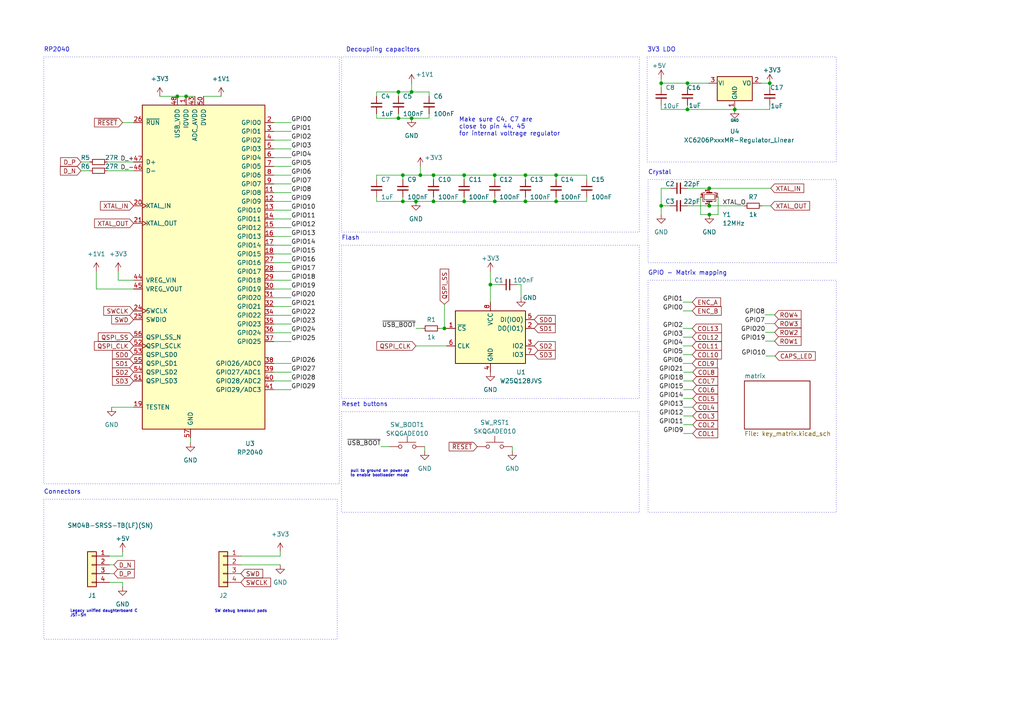
<source format=kicad_sch>
(kicad_sch (version 20230121) (generator eeschema)
  (paper "A4")
  (title_block (title "Bully2040 - MX/Alps") (date "2023-06-23") (rev "0.1") (company "sporkus"))
  (lib_symbols
    (symbol "+5V_1" (power) (pin_names (offset 0))
      (property "Value" "+5V_1" (at 0 3.556 0))
      (symbol "+5V_1_0_1"
        (polyline (pts (xy -0.762 1.27) (xy 0 2.54)))
        (polyline (pts (xy 0 0) (xy 0 2.54)))
        (polyline (pts (xy 0 2.54) (xy 0.762 1.27)))
      )
      (symbol "+5V_1_1_1"
        (pin power_in line (at 0 0 90) (length 0) hide (name "+5V") (number "1"))
      )
    )
    (symbol "Connector_Generic:Conn_01x04" (pin_names (offset 1.016) hide)
      (property "Reference" "J" (at 0 5.08 0))
      (property "Value" "Conn_01x04" (at 0 -7.62 0))
      (symbol "Conn_01x04_1_1"
        (rectangle (start -1.27 -4.953) (end 0 -5.207) (stroke (width 0.1524)))
        (rectangle (start -1.27 -2.413) (end 0 -2.667) (stroke (width 0.1524)))
        (rectangle (start -1.27 0.127) (end 0 -0.127) (stroke (width 0.1524)))
        (rectangle (start -1.27 2.667) (end 0 2.413) (stroke (width 0.1524)))
        (rectangle (start -1.27 3.81) (end 1.27 -6.35) (stroke (width 0.254)) (fill (type background)))
        (pin passive line (at -5.08 2.54 0) (length 3.81) (name "Pin_1") (number "1"))
        (pin passive line (at -5.08 0 0) (length 3.81) (name "Pin_2") (number "2"))
        (pin passive line (at -5.08 -2.54 0) (length 3.81) (name "Pin_3") (number "3"))
        (pin passive line (at -5.08 -5.08 0) (length 3.81) (name "Pin_4") (number "4"))
      )
    )
    (symbol "Device:C_Small" (pin_numbers hide) (pin_names (offset 0.254) hide)
      (property "Reference" "C" (at 0.254 1.778 0))
      (property "Value" "C_Small" (at 0.254 -2.032 0))
      (symbol "C_Small_0_1"
        (polyline (pts (xy -1.524 -0.508) (xy 1.524 -0.508)) (stroke (width 0.3302)))
        (polyline (pts (xy -1.524 0.508) (xy 1.524 0.508)) (stroke (width 0.3048)))
      )
      (symbol "C_Small_1_1"
        (pin passive line (at 0 2.54 270) (length 2.032) (name "~") (number "1"))
        (pin passive line (at 0 -2.54 90) (length 2.032) (name "~") (number "2"))
      )
    )
    (symbol "Device:Crystal_GND24_Small" (pin_names (offset 1.016) hide)
      (property "Reference" "Y" (at 1.27 4.445 0))
      (property "Value" "Crystal_GND24_Small" (at 1.27 2.54 0))
      (symbol "Crystal_GND24_Small_0_1"
        (rectangle (start -0.762 -1.524) (end 0.762 1.524))
        (polyline (pts (xy -1.27 -0.762) (xy -1.27 0.762)) (stroke (width 0.381)))
        (polyline (pts (xy 1.27 -0.762) (xy 1.27 0.762)) (stroke (width 0.381)))
        (polyline (pts (xy -1.27 -1.27) (xy -1.27 -1.905) (xy 1.27 -1.905) (xy 1.27 -1.27)))
        (polyline (pts (xy -1.27 1.27) (xy -1.27 1.905) (xy 1.27 1.905) (xy 1.27 1.27)))
      )
      (symbol "Crystal_GND24_Small_1_1"
        (pin passive line (at -2.54 0 0) (length 1.27) (name "1") (number "1"))
        (pin passive line (at 0 -2.54 90) (length 0.635) (name "2") (number "2"))
        (pin passive line (at 2.54 0 180) (length 1.27) (name "3") (number "3"))
        (pin passive line (at 0 2.54 270) (length 0.635) (name "4") (number "4"))
      )
    )
    (symbol "Device:R_Small" (pin_numbers hide) (pin_names (offset 0.254) hide)
      (property "Reference" "R" (at 0.762 0.508 0))
      (property "Value" "R_Small" (at 0.762 -1.016 0))
      (symbol "R_Small_0_1"
        (rectangle (start -0.762 1.778) (end 0.762 -1.778) (stroke (width 0.2032)))
      )
      (symbol "R_Small_1_1"
        (pin passive line (at 0 2.54 270) (length 0.762) (name "~") (number "1"))
        (pin passive line (at 0 -2.54 90) (length 0.762) (name "~") (number "2"))
      )
    )
    (symbol "Memory_Flash:W25Q128JVS"
      (property "Reference" "U" (at -8.89 8.89 0))
      (property "Value" "W25Q128JVS" (at 7.62 8.89 0))
      (symbol "W25Q128JVS_0_1"
        (rectangle (start -10.16 7.62) (end 10.16 -7.62) (stroke (width 0.254)) (fill (type background)))
      )
      (symbol "W25Q128JVS_1_1"
        (pin input line (at -12.7 2.54 0) (length 2.54) (name "~{CS}") (number "1"))
        (pin bidirectional line (at 12.7 2.54 180) (length 2.54) (name "DO(IO1)") (number "2"))
        (pin bidirectional line (at 12.7 -2.54 180) (length 2.54) (name "IO2") (number "3"))
        (pin power_in line (at 0 -10.16 90) (length 2.54) (name "GND") (number "4"))
        (pin bidirectional line (at 12.7 5.08 180) (length 2.54) (name "DI(IO0)") (number "5"))
        (pin input line (at -12.7 -2.54 0) (length 2.54) (name "CLK") (number "6"))
        (pin bidirectional line (at 12.7 -5.08 180) (length 2.54) (name "IO3") (number "7"))
        (pin power_in line (at 0 10.16 270) (length 2.54) (name "VCC") (number "8"))
      )
    )
    (symbol "Sleep-lib:RP2040" (pin_names (offset 1.016))
      (property "Reference" "U" (at 8.89 51.435 0))
      (property "Value" "RP2040" (at 8.89 48.895 0))
      (symbol "RP2040_0_0"
        (rectangle (start -17.78 -45.72) (end 17.78 48.26) (stroke (width 0.254)) (fill (type background)))
      )
      (symbol "RP2040_1_1"
        (pin power_in line (at -5.08 50.8 270) (length 2.54) (name "IOVDD") (number "1"))
        (pin power_in line (at -5.08 50.8 270) (length 2.54) hide (name "IOVDD") (number "10"))
        (pin input line (at 20.32 22.86 180) (length 2.54) (name "GPIO8") (number "11"))
        (pin input line (at 20.32 20.32 180) (length 2.54) (name "GPIO9") (number "12"))
        (pin input line (at 20.32 17.78 180) (length 2.54) (name "GPIO10") (number "13"))
        (pin input line (at 20.32 15.24 180) (length 2.54) (name "GPIO11") (number "14"))
        (pin input line (at 20.32 12.7 180) (length 2.54) (name "GPIO12") (number "15"))
        (pin input line (at 20.32 10.16 180) (length 2.54) (name "GPIO13") (number "16"))
        (pin input line (at 20.32 7.62 180) (length 2.54) (name "GPIO14") (number "17"))
        (pin input line (at 20.32 5.08 180) (length 2.54) (name "GPIO15") (number "18"))
        (pin input line (at -20.32 -39.37 0) (length 2.54) (name "TESTEN") (number "19"))
        (pin input line (at 20.32 43.18 180) (length 2.54) (name "GPIO0") (number "2"))
        (pin input clock (at -20.32 19.05 0) (length 2.54) (name "XTAL_IN") (number "20"))
        (pin input clock (at -20.32 13.97 0) (length 2.54) (name "XTAL_OUT") (number "21"))
        (pin power_in line (at -5.08 50.8 270) (length 2.54) hide (name "IOVDD") (number "22"))
        (pin power_in line (at 0 50.8 270) (length 2.54) hide (name "DVDD") (number "23"))
        (pin input clock (at -20.32 -11.43 0) (length 2.54) (name "SWCLK") (number "24"))
        (pin bidirectional line (at -20.32 -13.97 0) (length 2.54) (name "SWDIO") (number "25"))
        (pin input line (at -20.32 43.18 0) (length 2.54) (name "~{RUN}") (number "26"))
        (pin input line (at 20.32 2.54 180) (length 2.54) (name "GPIO16") (number "27"))
        (pin input line (at 20.32 0 180) (length 2.54) (name "GPIO17") (number "28"))
        (pin input line (at 20.32 -2.54 180) (length 2.54) (name "GPIO18") (number "29"))
        (pin input line (at 20.32 40.64 180) (length 2.54) (name "GPIO1") (number "3"))
        (pin input line (at 20.32 -5.08 180) (length 2.54) (name "GPIO19") (number "30"))
        (pin input line (at 20.32 -7.62 180) (length 2.54) (name "GPIO20") (number "31"))
        (pin input line (at 20.32 -10.16 180) (length 2.54) (name "GPIO21") (number "32"))
        (pin power_in line (at -5.08 50.8 270) (length 2.54) hide (name "IOVDD") (number "33"))
        (pin input line (at 20.32 -12.7 180) (length 2.54) (name "GPIO22") (number "34"))
        (pin input line (at 20.32 -15.24 180) (length 2.54) (name "GPIO23") (number "35"))
        (pin input line (at 20.32 -17.78 180) (length 2.54) (name "GPIO24") (number "36"))
        (pin input line (at 20.32 -20.32 180) (length 2.54) (name "GPIO25") (number "37"))
        (pin input line (at 20.32 -26.67 180) (length 2.54) (name "GPIO26/ADC0") (number "38"))
        (pin input line (at 20.32 -29.21 180) (length 2.54) (name "GPIO27/ADC1") (number "39"))
        (pin input line (at 20.32 38.1 180) (length 2.54) (name "GPIO2") (number "4"))
        (pin input line (at 20.32 -31.75 180) (length 2.54) (name "GPIO28/ADC2") (number "40"))
        (pin input line (at 20.32 -34.29 180) (length 2.54) (name "GPIO29/ADC3") (number "41"))
        (pin power_in line (at -5.08 50.8 270) (length 2.54) hide (name "IOVDD") (number "42"))
        (pin power_in line (at -2.54 50.8 270) (length 2.54) (name "ADC_AVDD") (number "43"))
        (pin power_in line (at -20.32 -2.54 0) (length 2.54) (name "VREG_VIN") (number "44"))
        (pin power_out line (at -20.32 -5.08 0) (length 2.54) (name "VREG_VOUT") (number "45"))
        (pin bidirectional line (at -20.32 29.21 0) (length 2.54) (name "D-") (number "46"))
        (pin bidirectional line (at -20.32 31.75 0) (length 2.54) (name "D+") (number "47"))
        (pin power_in line (at -7.62 50.8 270) (length 2.54) (name "USB_VDD") (number "48"))
        (pin power_in line (at -5.08 50.8 270) (length 2.54) hide (name "IOVDD") (number "49"))
        (pin input line (at 20.32 35.56 180) (length 2.54) (name "GPIO3") (number "5"))
        (pin power_in line (at 0 50.8 270) (length 2.54) (name "DVDD") (number "50"))
        (pin bidirectional line (at -20.32 -31.75 0) (length 2.54) (name "QSPI_SD3") (number "51"))
        (pin input clock (at -20.32 -21.59 0) (length 2.54) (name "QSPI_SCLK") (number "52"))
        (pin bidirectional line (at -20.32 -24.13 0) (length 2.54) (name "QSPI_SD0") (number "53"))
        (pin bidirectional line (at -20.32 -29.21 0) (length 2.54) (name "QSPI_SD2") (number "54"))
        (pin bidirectional line (at -20.32 -26.67 0) (length 2.54) (name "QSPI_SD1") (number "55"))
        (pin bidirectional line (at -20.32 -19.05 0) (length 2.54) (name "QSPI_SS_N") (number "56"))
        (pin power_in line (at -3.81 -48.26 90) (length 2.54) (name "GND") (number "57"))
        (pin input line (at 20.32 33.02 180) (length 2.54) (name "GPIO4") (number "6"))
        (pin input line (at 20.32 30.48 180) (length 2.54) (name "GPIO5") (number "7"))
        (pin input line (at 20.32 27.94 180) (length 2.54) (name "GPIO6") (number "8"))
        (pin input line (at 20.32 25.4 180) (length 2.54) (name "GPIO7") (number "9"))
      )
    )
    (symbol "Switch:SW_Push" (pin_numbers hide) (pin_names (offset 1.016) hide)
      (property "Reference" "SW" (at 1.27 2.54 0))
      (property "Value" "SW_Push" (at 0 -1.524 0))
      (symbol "SW_Push_0_1"
        (circle (center -2.032 0) (radius 0.508))
        (polyline (pts (xy 0 1.27) (xy 0 3.048)))
        (polyline (pts (xy 2.54 1.27) (xy -2.54 1.27)))
        (circle (center 2.032 0) (radius 0.508))
        (pin passive line (at -5.08 0 0) (length 2.54) (name "1") (number "1"))
        (pin passive line (at 5.08 0 180) (length 2.54) (name "2") (number "2"))
      )
    )
    (symbol "kicad-keyboard-parts:XC6206PxxxMR-Regulator_Linear" (pin_names (offset 0.254))
      (property "Reference" "U" (at -3.81 3.175 0))
      (property "Value" "XC6206PxxxMR-Regulator_Linear" (at 0 3.175 0))
      (property "LCSC" "C5446" (at 0 0 0))
      (symbol "XC6206PxxxMR-Regulator_Linear_0_1"
        (rectangle (start -5.08 1.905) (end 5.08 -5.08) (stroke (width 0.254)) (fill (type background)))
      )
      (symbol "XC6206PxxxMR-Regulator_Linear_1_1"
        (pin power_in line (at 0 -7.62 90) (length 2.54) (name "GND") (number "1"))
        (pin power_out line (at 7.62 0 180) (length 2.54) (name "VO") (number "2"))
        (pin power_in line (at -7.62 0 0) (length 2.54) (name "VI") (number "3"))
      )
    )
    (symbol "power:+1V1" (power) (pin_names (offset 0))
      (property "Value" "+1V1" (at 0 3.556 0))
      (symbol "+1V1_0_1"
        (polyline (pts (xy -0.762 1.27) (xy 0 2.54)))
        (polyline (pts (xy 0 0) (xy 0 2.54)))
        (polyline (pts (xy 0 2.54) (xy 0.762 1.27)))
      )
      (symbol "+1V1_1_1"
        (pin power_in line (at 0 0 90) (length 0) hide (name "+1V1") (number "1"))
      )
    )
    (symbol "power:+3.3V" (power) (pin_names (offset 0))
      (property "Value" "+3.3V" (at 0 3.556 0))
      (symbol "+3.3V_0_1"
        (polyline (pts (xy -0.762 1.27) (xy 0 2.54)))
        (polyline (pts (xy 0 0) (xy 0 2.54)))
        (polyline (pts (xy 0 2.54) (xy 0.762 1.27)))
      )
      (symbol "+3.3V_1_1"
        (pin power_in line (at 0 0 90) (length 0) hide (name "+3V3") (number "1"))
      )
    )
    (symbol "power:+3V3" (power) (pin_names (offset 0))
      (property "Value" "+3V3" (at 0 3.556 0))
      (symbol "+3V3_0_1"
        (polyline (pts (xy -0.762 1.27) (xy 0 2.54)))
        (polyline (pts (xy 0 0) (xy 0 2.54)))
        (polyline (pts (xy 0 2.54) (xy 0.762 1.27)))
      )
      (symbol "+3V3_1_1"
        (pin power_in line (at 0 0 90) (length 0) hide (name "+3V3") (number "1"))
      )
    )
    (symbol "power:+5V" (power) (pin_names (offset 0))
      (property "Value" "+5V" (at 0 3.556 0))
      (symbol "+5V_0_1"
        (polyline (pts (xy -0.762 1.27) (xy 0 2.54)))
        (polyline (pts (xy 0 0) (xy 0 2.54)))
        (polyline (pts (xy 0 2.54) (xy 0.762 1.27)))
      )
      (symbol "+5V_1_1"
        (pin power_in line (at 0 0 90) (length 0) hide (name "+5V") (number "1"))
      )
    )
    (symbol "power:GND" (power) (pin_names (offset 0))
      (property "Value" "GND" (at 0 -3.81 0))
      (symbol "GND_0_1"
        (polyline (pts (xy 0 0) (xy 0 -1.27) (xy 1.27 -1.27) (xy 0 -2.54) (xy -1.27 -1.27) (xy 0 -1.27)))
      )
      (symbol "GND_1_1"
        (pin power_in line (at 0 0 270) (length 0) hide (name "GND") (number "1"))
      )
    )
  )
  (junction (at 205.74 62.23))
  (junction (at 205.74 59.69))
  (junction (at 53.975 27.94))
  (junction (at 120.65 58.42))
  (junction (at 116.84 58.42))
  (junction (at 134.62 58.42))
  (junction (at 134.62 50.8))
  (junction (at 143.51 58.42))
  (junction (at 152.4 50.8))
  (junction (at 143.51 50.8))
  (junction (at 128.905 95.25))
  (junction (at 152.4 58.42))
  (junction (at 116.84 50.8))
  (junction (at 142.24 82.55))
  (junction (at 199.39 31.75))
  (junction (at 115.57 26.67))
  (junction (at 191.77 24.13))
  (junction (at 191.77 59.69))
  (junction (at 223.266 24.13) (diameter 0.9144))
  (junction (at 121.92 50.8))
  (junction (at 125.73 50.8))
  (junction (at 51.435 27.94))
  (junction (at 125.73 58.42))
  (junction (at 161.29 58.42))
  (junction (at 115.57 34.29))
  (junction (at 213.106 31.75) (diameter 0.9144))
  (junction (at 161.29 50.8))
  (junction (at 119.38 26.67))
  (junction (at 205.74 54.61))
  (junction (at 199.39 24.13))
  (junction (at 119.38 34.29))
  (wire (pts (xy 198.12 102.87) (xy 200.787 102.87)))
  (wire (pts (xy 198.12 87.63) (xy 200.787 87.63)))
  (wire (pts (xy 84.455 86.36) (xy 79.375 86.36)))
  (wire (pts (xy 35.56 168.91) (xy 31.75 168.91)))
  (wire (pts (xy 119.38 24.13) (xy 119.38 26.67)))
  (wire (pts (xy 191.77 22.86) (xy 191.77 24.13)))
  (wire (pts (xy 121.92 48.26) (xy 121.92 50.8)))
  (wire (pts (xy 125.73 50.8) (xy 134.62 50.8)))
  (wire (pts (xy 134.62 50.8) (xy 134.62 52.07)))
  (wire (pts (xy 23.495 49.53) (xy 26.035 49.53)))
  (wire (pts (xy 79.375 83.82) (xy 84.455 83.82)))
  (wire (pts (xy 199.39 59.69) (xy 205.74 59.69)))
  (wire (pts (xy 205.74 59.69) (xy 215.9 59.69)))
  (wire (pts (xy 220.98 59.69) (xy 223.52 59.69)))
  (wire (pts (xy 191.77 24.13) (xy 199.39 24.13)))
  (wire (pts (xy 152.4 50.8) (xy 161.29 50.8)))
  (wire (pts (xy 161.29 50.8) (xy 161.29 52.07)))
  (wire (pts (xy 143.51 50.8) (xy 152.4 50.8)))
  (wire (pts (xy 134.62 50.8) (xy 143.51 50.8)))
  (wire (pts (xy 79.375 53.34) (xy 84.455 53.34)))
  (wire (pts (xy 191.77 59.69) (xy 191.77 62.23)))
  (wire (pts (xy 221.996 98.933) (xy 224.663 98.933)))
  (wire (pts (xy 84.455 110.49) (xy 79.375 110.49)))
  (wire (pts (xy 55.245 127) (xy 55.245 128.397)))
  (wire (pts (xy 84.455 91.44) (xy 79.375 91.44)))
  (wire (pts (xy 128.905 95.25) (xy 129.54 95.25)))
  (wire (pts (xy 221.996 96.393) (xy 224.663 96.393)))
  (wire (pts (xy 31.115 46.99) (xy 38.735 46.99)))
  (wire (pts (xy 33.02 163.83) (xy 31.75 163.83)))
  (wire (pts (xy 221.869 91.313) (xy 224.663 91.313)))
  (wire (pts (xy 127.635 95.25) (xy 128.905 95.25)))
  (wire (pts (xy 198.247 110.49) (xy 200.914 110.49)))
  (wire (pts (xy 199.39 30.48) (xy 199.39 31.75)))
  (wire (pts (xy 191.77 25.4) (xy 191.77 24.13)))
  (wire (pts (xy 203.2 57.15) (xy 203.2 62.23)))
  (wire (pts (xy 203.2 62.23) (xy 205.74 62.23)))
  (wire (pts (xy 81.28 163.83) (xy 69.85 163.83)))
  (wire (pts (xy 59.055 27.94) (xy 64.135 27.94)))
  (wire (pts (xy 84.455 113.03) (xy 79.375 113.03)))
  (wire (pts (xy 34.29 78.74) (xy 34.29 81.28)))
  (wire (pts (xy 115.57 33.02) (xy 115.57 34.29)))
  (wire (pts (xy 23.495 46.99) (xy 26.035 46.99)))
  (wire (pts (xy 69.85 161.29) (xy 81.28 161.29)))
  (wire (pts (xy 35.56 160.02) (xy 35.56 161.29)))
  (wire (pts (xy 51.435 27.94) (xy 53.975 27.94)))
  (wire (pts (xy 46.355 27.94) (xy 51.435 27.94)))
  (wire (pts (xy 53.975 27.94) (xy 56.515 27.94)))
  (wire (pts (xy 208.28 62.23) (xy 205.74 62.23)))
  (wire (pts (xy 208.28 57.15) (xy 208.28 62.23)))
  (wire (pts (xy 151.13 82.55) (xy 151.13 86.36)))
  (wire (pts (xy 79.375 68.58) (xy 84.455 68.58)))
  (wire (pts (xy 191.77 59.69) (xy 194.31 59.69)))
  (wire (pts (xy 194.31 54.61) (xy 191.77 54.61)))
  (wire (pts (xy 191.77 54.61) (xy 191.77 59.69)))
  (wire (pts (xy 79.375 40.64) (xy 84.455 40.64)))
  (wire (pts (xy 128.905 88.265) (xy 128.905 95.25)))
  (wire (pts (xy 34.29 81.28) (xy 38.735 81.28)))
  (wire (pts (xy 198.247 125.73) (xy 200.914 125.73)))
  (wire (pts (xy 79.375 45.72) (xy 84.455 45.72)))
  (wire (pts (xy 213.106 31.75) (xy 223.266 31.75)))
  (wire (pts (xy 79.375 76.2) (xy 84.455 76.2)))
  (wire (pts (xy 32.385 118.11) (xy 38.735 118.11)))
  (wire (pts (xy 120.65 95.25) (xy 122.555 95.25)))
  (wire (pts (xy 222.123 103.251) (xy 224.79 103.251)))
  (wire (pts (xy 125.73 58.42) (xy 134.62 58.42)))
  (wire (pts (xy 134.62 58.42) (xy 134.62 57.15)))
  (wire (pts (xy 142.24 82.55) (xy 142.24 87.63)))
  (wire (pts (xy 149.86 82.55) (xy 151.13 82.55)))
  (wire (pts (xy 33.02 166.37) (xy 31.75 166.37)))
  (wire (pts (xy 143.51 50.8) (xy 143.51 52.07)))
  (wire (pts (xy 84.455 93.98) (xy 79.375 93.98)))
  (wire (pts (xy 79.375 81.28) (xy 84.455 81.28)))
  (wire (pts (xy 191.77 30.48) (xy 191.77 31.75)))
  (wire (pts (xy 143.51 57.15) (xy 143.51 58.42)))
  (wire (pts (xy 116.84 57.15) (xy 116.84 58.42)))
  (wire (pts (xy 79.375 66.04) (xy 84.455 66.04)))
  (wire (pts (xy 198.12 97.79) (xy 200.787 97.79)))
  (wire (pts (xy 119.38 34.29) (xy 124.46 34.29)))
  (wire (pts (xy 124.46 34.29) (xy 124.46 33.02)))
  (wire (pts (xy 161.29 50.8) (xy 170.18 50.8)))
  (wire (pts (xy 170.18 50.8) (xy 170.18 52.07)))
  (wire (pts (xy 191.77 31.75) (xy 199.39 31.75)))
  (wire (pts (xy 79.375 35.56) (xy 84.455 35.56)))
  (wire (pts (xy 84.455 105.41) (xy 79.375 105.41)))
  (wire (pts (xy 79.375 43.18) (xy 84.455 43.18)))
  (wire (pts (xy 223.266 24.13) (xy 223.266 25.4)))
  (wire (pts (xy 109.22 50.8) (xy 116.84 50.8)))
  (wire (pts (xy 116.84 50.8) (xy 116.84 52.07)))
  (wire (pts (xy 109.22 58.42) (xy 116.84 58.42)))
  (wire (pts (xy 125.73 58.42) (xy 125.73 57.15)))
  (wire (pts (xy 198.247 118.11) (xy 200.914 118.11)))
  (wire (pts (xy 120.65 100.33) (xy 129.54 100.33)))
  (wire (pts (xy 152.4 50.8) (xy 152.4 52.07)))
  (wire (pts (xy 148.59 129.54) (xy 148.59 130.81)))
  (wire (pts (xy 125.73 50.8) (xy 125.73 52.07)))
  (wire (pts (xy 198.12 105.41) (xy 200.787 105.41)))
  (wire (pts (xy 142.24 78.74) (xy 142.24 82.55)))
  (wire (pts (xy 152.4 58.42) (xy 161.29 58.42)))
  (wire (pts (xy 143.51 58.42) (xy 152.4 58.42)))
  (wire (pts (xy 161.29 58.42) (xy 161.29 57.15)))
  (wire (pts (xy 134.62 58.42) (xy 143.51 58.42)))
  (wire (pts (xy 110.49 129.54) (xy 113.03 129.54)))
  (wire (pts (xy 79.375 50.8) (xy 84.455 50.8)))
  (wire (pts (xy 119.38 26.67) (xy 124.46 26.67)))
  (wire (pts (xy 124.46 26.67) (xy 124.46 27.94)))
  (wire (pts (xy 152.4 57.15) (xy 152.4 58.42)))
  (wire (pts (xy 109.22 34.29) (xy 115.57 34.29)))
  (wire (pts (xy 109.22 33.02) (xy 109.22 34.29)))
  (wire (pts (xy 27.94 78.74) (xy 27.94 83.82)))
  (wire (pts (xy 115.57 26.67) (xy 115.57 27.94)))
  (wire (pts (xy 109.22 57.15) (xy 109.22 58.42)))
  (wire (pts (xy 81.28 160.02) (xy 81.28 161.29)))
  (wire (pts (xy 84.455 107.95) (xy 79.375 107.95)))
  (wire (pts (xy 221.869 93.853) (xy 224.663 93.853)))
  (wire (pts (xy 79.375 78.74) (xy 84.455 78.74)))
  (wire (pts (xy 223.266 30.48) (xy 223.266 31.75)))
  (wire (pts (xy 123.19 129.54) (xy 123.19 130.81)))
  (wire (pts (xy 79.375 71.12) (xy 84.455 71.12)))
  (wire (pts (xy 199.39 24.13) (xy 205.486 24.13)))
  (wire (pts (xy 116.84 58.42) (xy 120.65 58.42)))
  (wire (pts (xy 79.375 48.26) (xy 84.455 48.26)))
  (wire (pts (xy 170.18 58.42) (xy 170.18 57.15)))
  (wire (pts (xy 161.29 58.42) (xy 170.18 58.42)))
  (wire (pts (xy 79.375 73.66) (xy 84.455 73.66)))
  (wire (pts (xy 35.56 35.56) (xy 38.735 35.56)))
  (wire (pts (xy 198.247 107.95) (xy 200.914 107.95)))
  (wire (pts (xy 198.247 115.57) (xy 200.914 115.57)))
  (wire (pts (xy 198.247 113.03) (xy 200.914 113.03)))
  (wire (pts (xy 198.247 123.19) (xy 200.914 123.19)))
  (wire (pts (xy 142.24 82.55) (xy 144.78 82.55)))
  (wire (pts (xy 35.56 170.18) (xy 35.56 168.91)))
  (wire (pts (xy 84.455 88.9) (xy 79.375 88.9)))
  (wire (pts (xy 198.247 120.65) (xy 200.914 120.65)))
  (wire (pts (xy 199.39 24.13) (xy 199.39 25.4)))
  (wire (pts (xy 220.726 24.13) (xy 223.266 24.13)))
  (wire (pts (xy 199.39 54.61) (xy 205.74 54.61)))
  (wire (pts (xy 35.56 161.29) (xy 31.75 161.29)))
  (wire (pts (xy 79.375 60.96) (xy 84.455 60.96)))
  (wire (pts (xy 115.57 34.29) (xy 119.38 34.29)))
  (wire (pts (xy 199.39 31.75) (xy 213.106 31.75)))
  (wire (pts (xy 115.57 26.67) (xy 109.22 26.67)))
  (wire (pts (xy 119.38 26.67) (xy 115.57 26.67)))
  (wire (pts (xy 109.22 26.67) (xy 109.22 27.94)))
  (wire (pts (xy 79.375 38.1) (xy 84.455 38.1)))
  (wire (pts (xy 84.455 99.06) (xy 79.375 99.06)))
  (wire (pts (xy 198.12 90.17) (xy 200.787 90.17)))
  (wire (pts (xy 109.22 52.07) (xy 109.22 50.8)))
  (wire (pts (xy 79.375 63.5) (xy 84.455 63.5)))
  (wire (pts (xy 116.84 50.8) (xy 121.92 50.8)))
  (wire (pts (xy 121.92 50.8) (xy 125.73 50.8)))
  (wire (pts (xy 198.12 100.33) (xy 200.787 100.33)))
  (wire (pts (xy 27.94 83.82) (xy 38.735 83.82)))
  (wire (pts (xy 79.375 58.42) (xy 84.455 58.42)))
  (wire (pts (xy 84.455 96.52) (xy 79.375 96.52)))
  (wire (pts (xy 120.65 58.42) (xy 125.73 58.42)))
  (wire (pts (xy 31.115 49.53) (xy 38.735 49.53)))
  (wire (pts (xy 205.74 54.61) (xy 223.52 54.61)))
  (wire (pts (xy 198.12 95.25) (xy 200.787 95.25)))
  (wire (pts (xy 79.375 55.88) (xy 84.455 55.88)))
  (rectangle (start 99.06 119.38) (end 185.42 148.59) (stroke (width 0) (type dot)))
  (rectangle (start 187.96 81.28) (end 242.57 148.59) (stroke (width 0) (type dot)))
  (rectangle (start 12.7 144.78) (end 97.79 185.42) (stroke (width 0) (type dot)))
  (rectangle (start 187.706 16.51) (end 242.57 46.99) (stroke (width 0) (type dot)))
  (rectangle (start 12.7 16.51) (end 98.425 140.335) (stroke (width 0) (type dot)))
  (rectangle (start 187.96 52.07) (end 242.57 76.2) (stroke (width 0) (type dot)))
  (rectangle (start 99.06 16.51) (end 185.42 67.31) (stroke (width 0) (type dot)))
  (rectangle (start 99.06 71.12) (end 185.42 115.57) (stroke (width 0) (type dot)))
  (text "pull to ground on power up \nto enable bootloader mode" (at 101.6 138.43 0) (effects (font (size 0.8 0.8)) (justify left bottom)))
  (text "SW debug breakout pads" (at 62.23 177.8 0) (effects (font (size 0.8 0.8)) (justify left bottom)))
  (text "Legacy unified daughterboard C\nJST-SH" (at 20.32 179.07 0) (effects (font (size 0.8 0.8)) (justify left bottom)))
  (text "Flash" (at 99.06 69.85 0) (effects (font (size 1.27 1.27)) (justify left bottom)))
  (text "RP2040" (at 12.7 15.24 0) (effects (font (size 1.27 1.27)) (justify left bottom)))
  (text "3V3 LDO" (at 187.706 15.24 0) (effects (font (size 1.27 1.27)) (justify left bottom)))
  (text "GPIO - Matrix mapping" (at 187.96 80.01 0) (effects (font (size 1.27 1.27)) (justify left bottom)))
  (text "Decoupling capacitors" (at 100.33 15.24 0) (effects (font (size 1.27 1.27)) (justify left bottom)))
  (text "Connectors" (at 12.7 143.51 0) (effects (font (size 1.27 1.27)) (justify left bottom)))
  (text "Make sure C4, C7 are \nclose to pin 44, 45\nfor internal voltrage regulator" (at 133.096 39.624 0) (effects (font (size 1.27 1.27)) (justify left bottom)))
  (text "Crystal" (at 187.96 50.8 0) (effects (font (size 1.27 1.27)) (justify left bottom)))
  (text "Reset buttons" (at 99.06 118.11 0) (effects (font (size 1.27 1.27)) (justify left bottom)))
  (label "GPIO28" (at 84.455 110.49 0))
  (label "GPIO18" (at 84.455 81.28 0))
  (label "GPIO5" (at 84.455 48.26 0))
  (label "GPIO20" (at 221.996 96.393 180))
  (label "GPIO7" (at 221.869 93.853 180))
  (label "GPIO4" (at 198.12 100.33 180))
  (label "GPIO8" (at 84.455 55.88 0))
  (label "GPIO20" (at 84.455 86.36 0))
  (label "GPIO12" (at 198.247 120.65 180))
  (label "GPIO19" (at 221.996 98.933 180))
  (label "GPIO25" (at 84.455 99.06 0))
  (label "GPIO8" (at 221.869 91.313 180))
  (label "GPIO12" (at 84.455 66.04 0))
  (label "GPIO21" (at 198.247 107.95 180))
  (label "GPIO4" (at 84.455 45.72 0))
  (label "GPIO11" (at 84.455 63.5 0))
  (label "GPIO2" (at 84.455 40.64 0))
  (label "GPIO14" (at 198.247 115.57 180))
  (label "GPIO9" (at 84.455 58.42 0))
  (label "GPIO17" (at 84.455 78.74 0))
  (label "GPIO6" (at 198.12 105.41 180))
  (label "GPIO10" (at 222.123 103.251 180))
  (label "XTAL_O" (at 209.55 59.69 0))
  (label "GPIO2" (at 198.12 95.25 180))
  (label "GPIO3" (at 84.455 43.18 0))
  (label "GPIO29" (at 84.455 113.03 0))
  (label "GPIO13" (at 84.455 68.58 0))
  (label "GPIO15" (at 84.455 73.66 0))
  (label "D_-" (at 34.925 49.53 0))
  (label "GPIO0" (at 198.12 90.17 180))
  (label "GPIO21" (at 84.455 88.9 0))
  (label "GPIO5" (at 198.12 102.87 180))
  (label "GPIO27" (at 84.455 107.95 0))
  (label "GPIO22" (at 84.455 91.44 0))
  (label "GPIO26" (at 84.455 105.41 0))
  (label "GPIO7" (at 84.455 53.34 0))
  (label "D_+" (at 34.925 46.99 0))
  (label "GPIO11" (at 198.247 123.19 180))
  (label "GPIO9" (at 198.247 125.73 180))
  (label "~{USB_BOOT}" (at 120.65 95.25 180))
  (label "~{USB_BOOT}" (at 110.49 129.54 180))
  (label "GPIO1" (at 198.12 87.63 180))
  (label "GPIO23" (at 84.455 93.98 0))
  (label "GPIO18" (at 198.247 110.49 180))
  (label "GPIO6" (at 84.455 50.8 0))
  (label "GPIO19" (at 84.455 83.82 0))
  (label "GPIO16" (at 84.455 76.2 0))
  (label "GPIO13" (at 198.247 118.11 180))
  (label "GPIO24" (at 84.455 96.52 0))
  (label "GPIO15" (at 198.247 113.03 180))
  (label "GPIO0" (at 84.455 35.56 0))
  (label "GPIO3" (at 198.12 97.79 180))
  (label "GPIO14" (at 84.455 71.12 0))
  (label "GPIO1" (at 84.455 38.1 0))
  (label "GPIO10" (at 84.455 60.96 0))
  (global_label "COL13" (shape input) (at 200.787 95.25 0) (property "Intersheetrefs" "${INTERSHEET_REFS}" (effects hide)))
  (global_label "ROW1" (shape input) (at 224.663 98.933 0) (property "Intersheetrefs" "${INTERSHEET_REFS}" (effects hide)))
  (global_label "SWCLK" (shape input) (at 38.735 90.17 180) (property "Intersheetrefs" "${INTERSHEET_REFS}" (effects hide)))
  (global_label "COL1" (shape input) (at 200.914 125.73 0) (property "Intersheetrefs" "${INTERSHEET_REFS}" (effects hide)))
  (global_label "D_P" (shape input) (at 33.02 166.37 0) (property "Intersheetrefs" "${INTERSHEET_REFS}" (effects hide)))
  (global_label "COL11" (shape input) (at 200.787 100.33 0) (property "Intersheetrefs" "${INTERSHEET_REFS}" (effects hide)))
  (global_label "QSPI_CLK" (shape input) (at 120.65 100.33 180) (property "Intersheetrefs" "${INTERSHEET_REFS}" (effects hide)))
  (global_label "ROW2" (shape input) (at 224.663 96.393 0) (property "Intersheetrefs" "${INTERSHEET_REFS}" (effects hide)))
  (global_label "SD0" (shape input) (at 38.735 102.87 180) (property "Intersheetrefs" "${INTERSHEET_REFS}" (effects hide)))
  (global_label "XTAL_IN" (shape input) (at 38.735 59.69 180) (property "Intersheetrefs" "${INTERSHEET_REFS}" (effects hide)))
  (global_label "D_P" (shape input) (at 23.495 46.99 180) (property "Intersheetrefs" "${INTERSHEET_REFS}" (effects hide)))
  (global_label "SWCLK" (shape input) (at 69.85 168.91 0) (property "Intersheetrefs" "${INTERSHEET_REFS}" (effects hide)))
  (global_label "D_N" (shape input) (at 33.02 163.83 0) (property "Intersheetrefs" "${INTERSHEET_REFS}" (effects hide)))
  (global_label "QSPI_SS" (shape input) (at 128.905 88.265 90) (property "Intersheetrefs" "${INTERSHEET_REFS}" (effects hide)))
  (global_label "COL10" (shape input) (at 200.787 102.87 0) (property "Intersheetrefs" "${INTERSHEET_REFS}" (effects hide)))
  (global_label "D_N" (shape input) (at 23.495 49.53 180) (property "Intersheetrefs" "${INTERSHEET_REFS}" (effects hide)))
  (global_label "ENC_B" (shape input) (at 200.787 90.17 0) (property "Intersheetrefs" "${INTERSHEET_REFS}" (effects hide)))
  (global_label "XTAL_IN" (shape input) (at 223.52 54.61 0) (property "Intersheetrefs" "${INTERSHEET_REFS}" (effects hide)))
  (global_label "XTAL_OUT" (shape input) (at 38.735 64.77 180) (property "Intersheetrefs" "${INTERSHEET_REFS}" (effects hide)))
  (global_label "COL5" (shape input) (at 200.914 115.57 0) (property "Intersheetrefs" "${INTERSHEET_REFS}" (effects hide)))
  (global_label "SD1" (shape input) (at 38.735 105.41 180) (property "Intersheetrefs" "${INTERSHEET_REFS}" (effects hide)))
  (global_label "~{RESET}" (shape input) (at 138.43 129.54 180) (property "Intersheetrefs" "${INTERSHEET_REFS}" (effects hide)))
  (global_label "COL4" (shape input) (at 200.914 118.11 0) (property "Intersheetrefs" "${INTERSHEET_REFS}" (effects hide)))
  (global_label "XTAL_OUT" (shape input) (at 223.52 59.69 0) (property "Intersheetrefs" "${INTERSHEET_REFS}" (effects hide)))
  (global_label "ROW3" (shape input) (at 224.663 93.853 0) (property "Intersheetrefs" "${INTERSHEET_REFS}" (effects hide)))
  (global_label "ENC_A" (shape input) (at 200.787 87.63 0) (property "Intersheetrefs" "${INTERSHEET_REFS}" (effects hide)))
  (global_label "CAPS_LED" (shape input) (at 224.79 103.251 0) (property "Intersheetrefs" "${INTERSHEET_REFS}" (effects hide)))
  (global_label "COL9" (shape input) (at 200.787 105.41 0) (property "Intersheetrefs" "${INTERSHEET_REFS}" (effects hide)))
  (global_label "QSPI_SS" (shape input) (at 38.735 97.79 180) (property "Intersheetrefs" "${INTERSHEET_REFS}" (effects hide)))
  (global_label "SWD" (shape input) (at 38.735 92.71 180) (property "Intersheetrefs" "${INTERSHEET_REFS}" (effects hide)))
  (global_label "SD1" (shape input) (at 154.94 95.25 0) (property "Intersheetrefs" "${INTERSHEET_REFS}" (effects hide)))
  (global_label "SD3" (shape input) (at 38.735 110.49 180) (property "Intersheetrefs" "${INTERSHEET_REFS}" (effects hide)))
  (global_label "COL12" (shape input) (at 200.787 97.79 0) (property "Intersheetrefs" "${INTERSHEET_REFS}" (effects hide)))
  (global_label "COL6" (shape input) (at 200.914 113.03 0) (property "Intersheetrefs" "${INTERSHEET_REFS}" (effects hide)))
  (global_label "COL7" (shape input) (at 200.914 110.49 0) (property "Intersheetrefs" "${INTERSHEET_REFS}" (effects hide)))
  (global_label "COL8" (shape input) (at 200.914 107.95 0) (property "Intersheetrefs" "${INTERSHEET_REFS}" (effects hide)))
  (global_label "QSPI_CLK" (shape input) (at 38.735 100.33 180) (property "Intersheetrefs" "${INTERSHEET_REFS}" (effects hide)))
  (global_label "ROW4" (shape input) (at 224.663 91.313 0) (property "Intersheetrefs" "${INTERSHEET_REFS}" (effects hide)))
  (global_label "SD2" (shape input) (at 38.735 107.95 180) (property "Intersheetrefs" "${INTERSHEET_REFS}" (effects hide)))
  (global_label "COL2" (shape input) (at 200.914 123.19 0) (property "Intersheetrefs" "${INTERSHEET_REFS}" (effects hide)))
  (global_label "SD2" (shape input) (at 154.94 100.33 0) (property "Intersheetrefs" "${INTERSHEET_REFS}" (effects hide)))
  (global_label "SD3" (shape input) (at 154.94 102.87 0) (property "Intersheetrefs" "${INTERSHEET_REFS}" (effects hide)))
  (global_label "SWD" (shape input) (at 69.85 166.37 0) (property "Intersheetrefs" "${INTERSHEET_REFS}" (effects hide)))
  (global_label "COL3" (shape input) (at 200.914 120.65 0) (property "Intersheetrefs" "${INTERSHEET_REFS}" (effects hide)))
  (global_label "SD0" (shape input) (at 154.94 92.71 0) (property "Intersheetrefs" "${INTERSHEET_REFS}" (effects hide)))
  (global_label "~{RESET}" (shape input) (at 35.56 35.56 180) (property "Intersheetrefs" "${INTERSHEET_REFS}" (effects hide)))
  (symbol (lib_id "Device:C_Small") (at 143.51 54.61 0) (unit 1)
    (property "Reference" "C12" (at 144.78 52.0699 0) (effects (justify left)))
    (property "Value" "100nF" (at 144.78 57.1499 0) (effects (justify left)))
    (property "Footprint" "Capacitor_SMD:C_0402_1005Metric" (effects hide))
  )
  (symbol (lib_id "power:+3V3") (at 142.24 78.74 0) (unit 1)
    (property "Reference" "#PWR01" (effects hide))
    (property "Value" "+3V3" (at 142.24 74.93 0))
  )
  (symbol (lib_id "Sleep-lib:RP2040") (at 59.055 78.74 0) (unit 1)
    (property "Reference" "U3" (at 72.517 128.651 0))
    (property "Value" "RP2040" (at 72.517 131.191 0))
    (property "Footprint" "Sleep-lib:RP2040-QFN-56" (effects hide))
    (property "Datasheet" "https://datasheets.raspberrypi.com/rp2040/rp2040-datasheet.pdf" (effects hide))
    (property "LCSC" "C2040" (effects hide))
  )
  (symbol (lib_id "Switch:SW_Push") (at 143.51 129.54 0) (mirror y) (unit 1)
    (property "Reference" "SW_RST1" (at 143.51 122.555 0))
    (property "Value" "SKQGADE010" (at 143.51 125.095 0))
    (property "Footprint" "Button_Switch_SMD:SW_SPST_SKQG_WithoutStem" (effects hide))
    (property "LCSC" "C116647" (effects hide))
  )
  (symbol (lib_id "power:GND") (at 120.65 58.42 0) (unit 1)
    (property "Reference" "#PWR026" (effects hide))
    (property "Value" "GND" (at 120.65 63.5 0))
  )
  (symbol (lib_id "Device:C_Small") (at 109.22 54.61 0) (unit 1)
    (property "Reference" "C7" (at 110.49 52.0699 0) (effects (justify left)))
    (property "Value" "1uF" (at 110.49 57.1499 0) (effects (justify left)))
    (property "Footprint" "Capacitor_SMD:C_0402_1005Metric" (effects hide))
  )
  (symbol (lib_id "power:+3V3") (at 81.28 160.02 0) (unit 1)
    (property "Reference" "#PWR021" (effects hide))
    (property "Value" "+3V3" (at 81.28 154.94 0))
  )
  (symbol (lib_id "power:GND") (at 205.74 62.23 0) (unit 1)
    (property "Reference" "#PWR013" (effects hide))
    (property "Value" "GND" (at 205.74 67.31 0))
  )
  (symbol (lib_id "Device:C_Small") (at 170.18 54.61 0) (unit 1)
    (property "Reference" "C15" (at 171.45 52.0699 0) (effects (justify left)))
    (property "Value" "100nF" (at 171.45 57.1499 0) (effects (justify left)))
    (property "Footprint" "Capacitor_SMD:C_0402_1005Metric" (effects hide))
  )
  (symbol (lib_id "power:GND") (at 55.245 128.397 0) (unit 1)
    (property "Reference" "#PWR032" (effects hide))
    (property "Value" "GND" (at 55.245 133.477 0))
  )
  (symbol (lib_id "power:GND") (at 142.24 107.95 0) (unit 1)
    (property "Reference" "#PWR011" (effects hide))
    (property "Value" "GND" (at 142.24 113.03 0))
  )
  (symbol (lib_id "Switch:SW_Push") (at 118.11 129.54 0) (mirror y) (unit 1)
    (property "Reference" "SW_BOOT1" (at 118.11 123.19 0))
    (property "Value" "SKQGADE010" (at 118.11 125.73 0))
    (property "Footprint" "Button_Switch_SMD:SW_SPST_SKQG_WithoutStem" (effects hide))
    (property "LCSC" "C116647" (effects hide))
  )
  (symbol (lib_id "Device:C_Small") (at 109.22 30.48 0) (unit 1)
    (property "Reference" "C4" (at 110.49 27.9399 0) (effects (justify left)))
    (property "Value" "1uF" (at 110.49 33.0199 0) (effects (justify left)))
    (property "Footprint" "Capacitor_SMD:C_0402_1005Metric" (effects hide))
  )
  (symbol (lib_id "power:+3V3") (at 34.29 78.74 0) (unit 1)
    (property "Reference" "#PWR017" (effects hide))
    (property "Value" "+3V3" (at 34.29 73.66 0))
  )
  (symbol (lib_id "power:GND") (at 213.106 31.75 0) (unit 1)
    (property "Reference" "#PWR027" (effects hide))
    (property "Value" "GND" (at 213.106 34.925 0) (effects (font (size 0.762 0.762))))
  )
  (symbol (lib_id "Device:C_Small") (at 147.32 82.55 90) (unit 1)
    (property "Reference" "C1" (at 146.0499 81.28 90) (effects (justify left)))
    (property "Value" "100nF" (at 154.9399 81.28 90) (effects (justify left)))
    (property "Footprint" "Capacitor_SMD:C_0402_1005Metric" (effects hide))
  )
  (symbol (lib_id "Device:C_Small") (at 196.85 59.69 90) (unit 1)
    (property "Reference" "C3" (at 194.31 58.42 90))
    (property "Value" "22pF" (at 200.66 58.42 90))
    (property "Footprint" "Capacitor_SMD:C_0402_1005Metric" (effects hide))
  )
  (symbol (lib_id "Connector_Generic:Conn_01x04") (at 64.77 163.83 0) (mirror y) (unit 1) (in_bom no)
    (property "Reference" "J2" (at 64.77 172.72 0))
    (property "Value" "Conn_01x04" (effects hide))
    (property "Footprint" "Connector_PinHeader_2.54mm:PinHeader_1x04_P2.54mm_Vertical" (effects hide))
  )
  (symbol (lib_id "Device:C_Small") (at 223.266 27.94 180) (unit 1)
    (property "Reference" "C17" (at 225.298 25.4 0))
    (property "Value" "1uF" (at 225.298 30.734 0))
    (property "Footprint" "Capacitor_SMD:C_0402_1005Metric" (effects hide))
  )
  (symbol (lib_id "power:+3V3") (at 121.92 48.26 0) (unit 1)
    (property "Reference" "#PWR020" (effects hide))
    (property "Value" "+3V3" (at 125.73 45.72 0))
  )
  (symbol (lib_id "power:GND") (at 191.77 62.23 0) (unit 1)
    (property "Reference" "#PWR016" (effects hide))
    (property "Value" "GND" (at 191.77 67.31 0))
  )
  (symbol (lib_id "Device:C_Small") (at 161.29 54.61 0) (unit 1)
    (property "Reference" "C14" (at 162.56 52.0699 0) (effects (justify left)))
    (property "Value" "100nF" (at 162.56 57.1499 0) (effects (justify left)))
    (property "Footprint" "Capacitor_SMD:C_0402_1005Metric" (effects hide))
  )
  (symbol (lib_id "power:+1V1") (at 27.94 78.74 0) (unit 1)
    (property "Reference" "#PWR018" (effects hide))
    (property "Value" "+1V1" (at 27.94 73.66 0))
  )
  (symbol (lib_id "Device:C_Small") (at 191.77 27.94 0) (unit 1)
    (property "Reference" "C8" (at 193.04 25.3999 0) (effects (justify left)))
    (property "Value" "10uF" (at 192.278 30.734 0) (effects (justify left)))
    (property "Footprint" "Capacitor_SMD:C_0402_1005Metric" (effects hide))
  )
  (symbol (lib_id "power:+5V") (at 191.77 22.86 0) (unit 1)
    (property "Reference" "#PWR023" (effects hide))
    (property "Value" "+5V" (at 191.135 19.05 0))
  )
  (symbol (lib_id "power:GND") (at 151.13 86.36 0) (unit 1)
    (property "Reference" "#PWR02" (effects hide))
    (property "Value" "GND" (at 153.67 86.36 0))
  )
  (symbol (lib_id "Device:C_Small") (at 196.85 54.61 90) (unit 1)
    (property "Reference" "C2" (at 194.31 53.34 90))
    (property "Value" "22pF" (at 200.66 53.34 90))
    (property "Footprint" "Capacitor_SMD:C_0402_1005Metric" (effects hide))
  )
  (symbol (lib_id "Device:C_Small") (at 134.62 54.61 0) (unit 1)
    (property "Reference" "C11" (at 135.89 52.0699 0) (effects (justify left)))
    (property "Value" "100nF" (at 135.89 57.1499 0) (effects (justify left)))
    (property "Footprint" "Capacitor_SMD:C_0402_1005Metric" (effects hide))
  )
  (symbol (lib_id "Device:C_Small") (at 125.73 54.61 0) (unit 1)
    (property "Reference" "C10" (at 127 52.0699 0) (effects (justify left)))
    (property "Value" "100nF" (at 127 57.1499 0) (effects (justify left)))
    (property "Footprint" "Capacitor_SMD:C_0402_1005Metric" (effects hide))
  )
  (symbol (lib_id "Device:Crystal_GND24_Small") (at 205.74 57.15 90) (unit 1)
    (property "Reference" "Y1" (at 209.55 62.23 90) (effects (justify right)))
    (property "Value" "12MHz" (at 209.55 64.77 90) (effects (justify right)))
    (property "Footprint" "Crystal:Crystal_SMD_3225-4Pin_3.2x2.5mm" (effects hide))
    (property "LCSC" "C9002" (effects hide))
  )
  (symbol (lib_id "power:+3.3V") (at 223.266 24.13 0) (unit 1)
    (property "Reference" "#PWR024" (effects hide))
    (property "Value" "+3.3V" (at 223.901 20.32 0))
  )
  (symbol (lib_id "Device:C_Small") (at 152.4 54.61 0) (unit 1)
    (property "Reference" "C13" (at 153.67 52.0699 0) (effects (justify left)))
    (property "Value" "100nF" (at 153.67 57.1499 0) (effects (justify left)))
    (property "Footprint" "Capacitor_SMD:C_0402_1005Metric" (effects hide))
  )
  (symbol (lib_name "+5V_1") (lib_id "power:+5V") (at 35.56 160.02 0) (mirror y) (unit 1)
    (property "Reference" "#PWR03" (effects hide))
    (property "Value" "+5V" (at 35.56 156.21 0))
  )
  (symbol (lib_id "Memory_Flash:W25Q128JVS") (at 142.24 97.79 0) (unit 1)
    (property "Reference" "U1" (at 151.13 107.95 0))
    (property "Value" "W25Q128JVS" (at 151.13 110.49 0))
    (property "Footprint" "Package_SO:SOIC-8_5.23x5.23mm_P1.27mm" (effects hide))
    (property "Datasheet" "http://www.winbond.com/resource-files/w25q128jv_dtr%20revc%2003272018%20plus.pdf" (effects hide))
    (property "LCSC" "C97521" (effects hide))
    (property "JlcRotOffset" "90" (effects hide))
  )
  (symbol (lib_id "kicad-keyboard-parts:XC6206PxxxMR-Regulator_Linear") (at 213.106 24.13 0) (unit 1)
    (property "Reference" "U4" (at 213.106 38.1 0))
    (property "Value" "XC6206PxxxMR-Regulator_Linear" (at 214.376 40.64 0))
    (property "Footprint" "Package_TO_SOT_SMD:SOT-23" (effects hide))
    (property "Datasheet" "https://www.torexsemi.com/file/xc6206/XC6206.pdf" (effects hide))
    (property "LCSC" "C5446" (effects hide))
  )
  (symbol (lib_id "Device:R_Small") (at 125.095 95.25 90) (unit 1)
    (property "Reference" "R1" (at 125.095 92.71 90))
    (property "Value" "1k" (at 125.095 97.79 90))
    (property "Footprint" "Resistor_SMD:R_0402_1005Metric" (effects hide))
  )
  (symbol (lib_id "power:GND") (at 35.56 170.18 0) (mirror y) (unit 1)
    (property "Reference" "#PWR08" (effects hide))
    (property "Value" "GND" (at 35.56 175.26 0))
  )
  (symbol (lib_id "power:GND") (at 148.59 130.81 0) (mirror y) (unit 1)
    (property "Reference" "#PWR09" (effects hide))
    (property "Value" "GND" (at 148.59 135.89 0))
  )
  (symbol (lib_id "Device:R_Small") (at 28.575 46.99 90) (unit 1)
    (property "Reference" "R5" (at 24.765 45.72 90))
    (property "Value" "27R" (at 32.385 45.72 90))
    (property "Footprint" "Resistor_SMD:R_0402_1005Metric" (effects hide))
  )
  (symbol (lib_id "power:GND") (at 123.19 130.81 0) (mirror y) (unit 1)
    (property "Reference" "#PWR07" (effects hide))
    (property "Value" "GND" (at 123.19 135.89 0))
  )
  (symbol (lib_id "Device:R_Small") (at 28.575 49.53 90) (unit 1)
    (property "Reference" "R6" (at 24.765 48.26 90))
    (property "Value" "27R" (at 32.385 48.26 90))
    (property "Footprint" "Resistor_SMD:R_0402_1005Metric" (effects hide))
  )
  (symbol (lib_id "power:+3V3") (at 46.355 27.94 0) (unit 1)
    (property "Reference" "#PWR05" (effects hide))
    (property "Value" "+3V3" (at 46.355 22.86 0))
  )
  (symbol (lib_id "Device:C_Small") (at 115.57 30.48 0) (unit 1)
    (property "Reference" "C5" (at 116.84 27.9399 0) (effects (justify left)))
    (property "Value" "100nF" (at 116.84 33.0199 0) (effects (justify left)))
    (property "Footprint" "Capacitor_SMD:C_0402_1005Metric" (effects hide))
  )
  (symbol (lib_id "Connector_Generic:Conn_01x04") (at 26.67 163.83 0) (mirror y) (unit 1)
    (property "Reference" "J1" (at 27.94 172.72 0) (effects (justify left)))
    (property "Value" "SM04B-SRSS-TB(LF)(SN)" (at 44.45 152.4 0) (effects (justify left)))
    (property "Footprint" "random-keyboard-parts:JST-SR-4" (effects hide))
    (property "Datasheet" "https://unified-daughterboard.github.io/#/db-spec-c-legacy" (effects hide))
    (property "JlcPosOffset" "0, -2.6" (effects hide))
  )
  (symbol (lib_id "power:GND") (at 119.38 34.29 0) (unit 1)
    (property "Reference" "#PWR025" (effects hide))
    (property "Value" "GND" (at 119.38 39.37 0))
  )
  (symbol (lib_id "Device:C_Small") (at 116.84 54.61 0) (unit 1)
    (property "Reference" "C9" (at 118.11 52.0699 0) (effects (justify left)))
    (property "Value" "100nF" (at 118.11 57.1499 0) (effects (justify left)))
    (property "Footprint" "Capacitor_SMD:C_0402_1005Metric" (effects hide))
  )
  (symbol (lib_id "power:GND") (at 32.385 118.11 0) (unit 1)
    (property "Reference" "#PWR031" (effects hide))
    (property "Value" "GND" (at 32.385 123.19 0))
  )
  (symbol (lib_id "Device:C_Small") (at 124.46 30.48 0) (unit 1)
    (property "Reference" "C6" (at 125.73 27.9399 0) (effects (justify left)))
    (property "Value" "100nF" (at 125.73 33.0199 0) (effects (justify left)))
    (property "Footprint" "Capacitor_SMD:C_0402_1005Metric" (effects hide))
  )
  (symbol (lib_id "Device:C_Small") (at 199.39 27.94 180) (unit 1)
    (property "Reference" "C16" (at 201.295 25.4 0))
    (property "Value" "1uF" (at 201.549 30.607 0))
    (property "Footprint" "Capacitor_SMD:C_0402_1005Metric" (effects hide))
  )
  (symbol (lib_id "Device:R_Small") (at 218.44 59.69 90) (unit 1)
    (property "Reference" "R7" (at 218.44 57.15 90))
    (property "Value" "1k" (at 218.44 62.23 90))
    (property "Footprint" "Resistor_SMD:R_0402_1005Metric" (effects hide))
  )
  (symbol (lib_id "power:+1V1") (at 64.135 27.94 0) (unit 1)
    (property "Reference" "#PWR06" (effects hide))
    (property "Value" "+1V1" (at 64.135 22.86 0))
  )
  (symbol (lib_id "power:+1V1") (at 119.38 24.13 0) (unit 1)
    (property "Reference" "#PWR019" (effects hide))
    (property "Value" "+1V1" (at 123.19 21.59 0))
  )
  (symbol (lib_id "power:GND") (at 81.28 163.83 0) (unit 1)
    (property "Reference" "#PWR022" (effects hide))
    (property "Value" "GND" (at 81.28 168.91 0))
  )
  (sheet (at 215.9 110.49) (size 19.05 13.97) (stroke (width 0.1524))
    (property "Sheetname" "matrix" (at 215.9 109.7784 0) (effects (justify left bottom)))
    (property "Sheetfile" "key_matrix.kicad_sch" (at 215.9 125.0446 0) (effects (justify left top)))
  )
)
</source>
